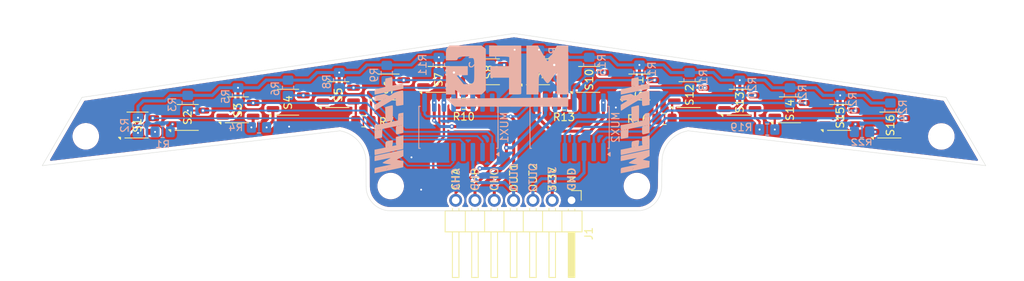
<source format=kicad_pcb>
(kicad_pcb (version 20241229) (generator "pcbnew") (generator_version "9.0")
  (layers (0 "F.Cu" signal) (2 "B.Cu" signal) (13 "F.Paste" user) (15 "B.Paste" user) (5 "F.SilkS" user "F.Silkscreen") (7 "B.SilkS" user "B.Silkscreen") (1 "F.Mask" user) (3 "B.Mask" user) (25 "Edge.Cuts" user))
  (net 0 "")
  (net 1 "/S5")
  (net 2 "/CH_B")
  (net 3 "/CH_A")
  (net 4 "/GND_M")
  (net 5 "/CH_C")
  (net 6 "/S3")
  (net 7 "/S7")
  (net 8 "/S4")
  (net 9 "/S1")
  (net 10 "/S8")
  (net 11 "/S6")
  (net 12 "/S2")
  (net 13 "/3.3_M")
  (net 14 "/OUT1")
  (net 15 "/S14")
  (net 16 "/S16")
  (net 17 "/S9")
  (net 18 "/S11")
  (net 19 "/S15")
  (net 20 "/S10")
  (net 21 "/OUT2")
  (net 22 "/S13")
  (net 23 "/S12")
  (net 24 "Net-(R1-Pad1)")
  (net 25 "Net-(R1-Pad2)")
  (net 26 "Net-(R4-Pad1)")
  (net 27 "Net-(R4-Pad2)")
  (net 28 "Net-(R7-Pad1)")
  (net 29 "Net-(R7-Pad2)")
  (net 30 "Net-(R10-Pad1)")
  (net 31 "Net-(R10-Pad2)")
  (net 32 "Net-(R13-Pad2)")
  (net 33 "Net-(R13-Pad1)")
  (net 34 "Net-(R16-Pad1)")
  (net 35 "Net-(R16-Pad2)")
  (net 36 "Net-(R19-Pad1)")
  (net 37 "Net-(R19-Pad2)")
  (net 38 "Net-(R22-Pad2)")
  (net 39 "Net-(R22-Pad1)")
  (footprint "MountingHole:MountingHole_3mm" (layer "F.Cu") (at 91.505 119.485)
    (property "Reference" "H1" (hide yes))
    (property "Value" "MountingHole" (hide yes))
  )
  (footprint "OptoDevice:OnSemi_CASE100CY" (layer "F.Cu") (at 137.91 112 90)
    (property "Reference" "S7")
    (property "Value" "~")
  )
  (footprint "OptoDevice:OnSemi_CASE100CY" (layer "F.Cu") (at 104.91 117 90)
    (property "Reference" "S2")
    (property "Value" "~")
  )
  (footprint "OptoDevice:OnSemi_CASE100CY" (layer "F.Cu") (at 98.31 118 90)
    (property "Reference" "S1")
    (property "Value" "~")
  )
  (footprint "OptoDevice:OnSemi_CASE100CY" (layer "F.Cu") (at 157.7 112 90)
    (property "Reference" "S10")
    (property "Value" "~")
  )
  (footprint "OptoDevice:OnSemi_CASE100CY" (layer "F.Cu") (at 170.9 114 90)
    (property "Reference" "S12")
    (property "Value" "~")
  )
  (footprint "OptoDevice:OnSemi_CASE100CY" (layer "F.Cu") (at 197.3 118 90)
    (property "Reference" "S16")
    (property "Value" "~")
  )
  (footprint "Connector_PinHeader_2.54mm:PinHeader_1x07_P2.54mm_Horizontal" (layer "F.Cu") (at 155.37825 127.893571 -90)
    (property "Reference" "J1")
    (property "Value" "Conn_01x07_Pin")
  )
  (footprint "OptoDevice:OnSemi_CASE100CY" (layer "F.Cu") (at 190.7 117 90)
    (property "Reference" "S15")
    (property "Value" "~")
  )
  (footprint "MountingHole:MountingHole_3mm" (layer "F.Cu") (at 131.59825 126.023571)
    (property "Reference" "H3" (hide yes))
    (property "Value" "MountingHole" (hide yes))
  )
  (footprint "OptoDevice:OnSemi_CASE100CY" (layer "F.Cu") (at 177.5 115 90)
    (property "Reference" "S13")
    (property "Value" "~")
  )
  (footprint "Resistor_SMD:R_0805_2012Metric_Pad1.20x1.40mm_HandSolder" (layer "F.Cu") (at 141.21 115.2)
    (property "Reference" "R10")
    (property "Value" "45" (hide yes))
  )
  (footprint "OptoDevice:OnSemi_CASE100CY" (layer "F.Cu") (at 124.71 114 90)
    (property "Reference" "S5")
    (property "Value" "~")
  )
  (footprint "MountingHole:MountingHole_3mm" (layer "F.Cu") (at 204 119.5)
    (property "Reference" "H2" (hide yes))
    (property "Value" "MountingHole" (hide yes))
  )
  (footprint "OptoDevice:OnSemi_CASE100CY" (layer "F.Cu") (at 118.11 115 90)
    (property "Reference" "S4")
    (property "Value" "~")
  )
  (footprint "MountingHole:MountingHole_3mm" (layer "F.Cu") (at 163.96825 126.023571)
    (property "Reference" "H4" (hide yes))
    (property "Value" "MountingHole" (hide yes))
  )
  (footprint "OptoDevice:OnSemi_CASE100CY" (layer "F.Cu") (at 164.3 113 90)
    (property "Reference" "S11")
    (property "Value" "~")
  )
  (footprint "Resistor_SMD:R_0805_2012Metric_Pad1.20x1.40mm_HandSolder" (layer "F.Cu") (at 154.4 115.3)
    (property "Reference" "R13")
    (property "Value" "45" (hide yes))
  )
  (footprint "OptoDevice:OnSemi_CASE100CY" (layer "F.Cu") (at 144.51 111 90)
    (property "Reference" "S8")
    (property "Value" "~")
  )
  (footprint "OptoDevice:OnSemi_CASE100CY" (layer "F.Cu") (at 111.51 116 90)
    (property "Reference" "S3")
    (property "Value" "~")
  )
  (footprint "OptoDevice:OnSemi_CASE100CY" (layer "F.Cu") (at 151.1 111 90)
    (property "Reference" "S9")
    (property "Value" "~")
  )
  (footprint "Resistor_SMD:R_0805_2012Metric_Pad1.20x1.40mm_HandSolder" (layer "F.Cu") (at 128.01 117.5)
    (property "Reference" "R7")
    (property "Value" "45" (hide yes))
  )
  (footprint "OptoDevice:OnSemi_CASE100CY" (layer "F.Cu") (at 131.31 113 90)
    (property "Reference" "S6")
    (property "Value" "~")
  )
  (footprint "OptoDevice:OnSemi_CASE100CY" (layer "F.Cu") (at 184.1 116 90)
    (property "Reference" "S14")
    (property "Value" "~")
  )
  (footprint "Resistor_SMD:R_0805_2012Metric_Pad1.20x1.40mm_HandSolder" (layer "F.Cu") (at 167.6 117.2)
    (property "Reference" "R16")
    (property "Value" "45" (hide yes))
  )
  (footprint "Resistor_SMD:R_0805_2012Metric_Pad1.20x1.40mm_HandSolder" (layer "B.Cu") (at 151.09 109.15 90)
    (property "Reference" "R14")
    (property "Value" "10k" (hide yes))
  )
  (footprint "Resistor_SMD:R_0805_2012Metric_Pad1.20x1.40mm_HandSolder" (layer "B.Cu") (at 114.28 118.31)
    (property "Reference" "R4")
    (property "Value" "45" (hide yes))
  )
  (footprint "Resistor_SMD:R_0805_2012Metric_Pad1.20x1.40mm_HandSolder" (layer "B.Cu") (at 124.83 112.1 90)
    (property "Reference" "R8")
    (property "Value" "10k" (hide yes))
  )
  (footprint "Resistor_SMD:R_0805_2012Metric_Pad1.20x1.40mm_HandSolder" (layer "B.Cu") (at 137.93 110.1 90)
    (property "Reference" "R11")
    (property "Value" "10k" (hide yes))
  )
  (footprint "Resistor_SMD:R_0805_2012Metric_Pad1.20x1.40mm_HandSolder" (layer "B.Cu") (at 197.3 116.1 90)
    (property "Reference" "R24")
    (property "Value" "10k" (hide yes))
  )
  (footprint "LOGO" (layer "B.Cu") (at 146.9 111.57 180)
    (property "Reference" "G***" (hide yes))
    (property "Value" "LOGO" (hide yes))
  )
  (footprint "Resistor_SMD:R_0805_2012Metric_Pad1.20x1.40mm_HandSolder" (layer "B.Cu") (at 157.7 110.1 90)
    (property "Reference" "R15")
    (property "Value" "10k")
  )
  (footprint "Resistor_SMD:R_0805_2012Metric_Pad1.20x1.40mm_HandSolder" (layer "B.Cu") (at 170.9 112.1 90)
    (property "Reference" "R18")
    (property "Value" "10k" (hide yes))
  )
  (footprint "Resistor_SMD:R_0805_2012Metric_Pad1.20x1.40mm_HandSolder" (layer "B.Cu") (at 164.3 111.1 90)
    (property "Reference" "R17")
    (property "Value" "10k" (hide yes))
  )
  (footprint "Resistor_SMD:R_0805_2012Metric_Pad1.20x1.40mm_HandSolder" (layer "B.Cu") (at 101.61 118.9)
    (property "Reference" "R1")
    (property "Value" "45")
  )
  (footprint "Resistor_SMD:R_0805_2012Metric_Pad1.20x1.40mm_HandSolder" (layer "B.Cu") (at 184.1 114.1 90)
    (property "Reference" "R21")
    (property "Value" "10k" (hide yes))
  )
  (footprint "Resistor_SMD:R_0805_2012Metric_Pad1.20x1.40mm_HandSolder" (layer "B.Cu") (at 104.91 115.1 90)
    (property "Reference" "R3")
    (property "Value" "10k" (hide yes))
  )
  (footprint "Package_SO:SOIC-16W_5.3x10.2mm_P1.27mm" (layer "B.Cu") (at 155.12 118.3 90)
    (property "Reference" "MUX2")
    (property "Value" "CD4051B")
  )
  (footprint "Resistor_SMD:R_0805_2012Metric_Pad1.20x1.40mm_HandSolder" (layer "B.Cu") (at 131.08 111.16 90)
    (property "Reference" "R9")
    (property "Value" "10k" (hide yes))
  )
  (footprint "Resistor_SMD:R_0805_2012Metric_Pad1.20x1.40mm_HandSolder" (layer "B.Cu") (at 181.1 118.59)
    (property "Reference" "R19")
    (property "Value" "45" (hide yes))
  )
  (footprint "Resistor_SMD:R_0805_2012Metric_Pad1.20x1.40mm_HandSolder" (layer "B.Cu") (at 111.52 114.1 90)
    (property "Reference" "R5")
    (property "Value" "10k" (hide yes))
  )
  (footprint "Resistor_SMD:R_0805_2012Metric_Pad1.20x1.40mm_HandSolder" (layer "B.Cu") (at 118.1 113.1 90)
    (property "Reference" "R6")
    (property "Value" "10k" (hide yes))
  )
  (footprint "Resistor_SMD:R_0805_2012Metric_Pad1.20x1.40mm_HandSolder" (layer "B.Cu") (at 98.37 118.0375 90)
    (property "Reference" "R2")
    (property "Value" "10k" (hide yes))
  )
  (footprint "Resistor_SMD:R_0805_2012Metric_Pad1.20x1.40mm_HandSolder" (layer "B.Cu") (at 144.66 109.1 90)
    (property "Reference" "R12")
    (property "Value" "10k" (hide yes))
  )
  (footprint "Resistor_SMD:R_0805_2012Metric_Pad1.20x1.40mm_HandSolder" (layer "B.Cu") (at 177.5 113.1 90)
    (property "Reference" "R20")
    (property "Value" "10k" (hide yes))
  )
  (footprint "Package_SO:SOIC-16W_5.3x10.2mm_P1.27mm" (layer "B.Cu") (at 140.5 118.3 90)
    (property "Reference" "MUX1")
    (property "Value" "CD4051B")
  )
  (footprint "Resistor_SMD:R_0805_2012Metric_Pad1.20x1.40mm_HandSolder" (layer "B.Cu") (at 190.7 115.1 90)
    (property "Reference" "R23")
    (property "Value" "10k" (hide yes))
  )
  (footprint "Resistor_SMD:R_0805_2012Metric_Pad1.20x1.40mm_HandSolder" (layer "B.Cu") (at 193.57 118.9)
    (property "Reference" "R22")
    (property "Value" "45" (hide yes))
  )
  (footprint "LOGO" (layer "B.Cu") (at 163.74 118.02 90)
    (property "Reference" "G***" (hide yes))
    (property "Value" "LOGO" (hide yes))
  )
  (footprint "LOGO" (layer "B.Cu") (at 131.37 118.02 90)
    (property "Reference" "G***" (hide yes))
    (property "Value" "LOGO" (hide yes))
  )
  (gr_arc (start 131.56 129.277258) (mid 129.297258 128.34) (end 128.36 126.077258) (stroke (width 0.05)) (layer "Edge.Cuts"))
  (gr_line (start 124.92 118.76) (end 85.78 123.34) (stroke (width 0.05)) (layer "Edge.Cuts"))
  (gr_line (start 128.36 126.077258) (end 128.345548 122.680805) (stroke (width 0.05)) (layer "Edge.Cuts"))
  (gr_line (start 147.81 105.96) (end 204.61 114.36) (stroke (width 0.05)) (layer "Edge.Cuts"))
  (gr_line (start 170.7 118.76) (end 209.84 123.34) (stroke (width 0.05)) (layer "Edge.Cuts"))
  (gr_line (start 91.01 114.36) (end 85.78 123.34) (stroke (width 0.05)) (layer "Edge.Cuts"))
  (gr_line (start 131.56 129.277258) (end 164.02 129.277258) (stroke (width 0.05)) (layer "Edge.Cuts"))
  (gr_line (start 147.81 105.96) (end 91.01 114.36) (stroke (width 0.05)) (layer "Edge.Cuts"))
  (gr_arc (start 167.27447 122.680805) (mid 168.288197 120.109666) (end 170.7 118.76) (stroke (width 0.05)) (layer "Edge.Cuts"))
  (gr_arc (start 167.22 126.077258) (mid 166.282742 128.34) (end 164.02 129.277258) (stroke (width 0.05)) (layer "Edge.Cuts"))
  (gr_line (start 204.61 114.36) (end 209.84 123.34) (stroke (width 0.05)) (layer "Edge.Cuts"))
  (gr_arc (start 124.92 118.76) (mid 127.331803 120.109666) (end 128.34553 122.680805) (stroke (width 0.05)) (layer "Edge.Cuts"))
  (gr_line (start 167.22 126.0773) (end 167.27447 122.680805) (stroke (width 0.05)) (layer "Edge.Cuts"))
  (gr_text "CHC" (at 145.82 126.78 90) (layer "F.SilkS") (effects (font (size 1 1)) (justify left bottom)))
  (gr_text "CHB" (at 143.28 126.78 90) (layer "F.SilkS") (effects (font (size 1 1)) (justify left bottom)))
  (gr_text "GND" (at 155.98 126.78 90) (layer "F.SilkS") (effects (font (size 1 1)) (justify left bottom)))
  (gr_text "3.3V" (at 153.44 126.875238 90) (layer "F.SilkS") (effects (font (size 1 1)) (justify left bottom)))
  (gr_text "OUT2\n" (at 150.89825 126.893571 90) (layer "F.SilkS") (effects (font (size 1 1)) (justify left bottom)))
  (gr_text "CHA" (at 140.74 126.708571 90) (layer "F.SilkS") (effects (font (size 1 1)) (justify left bottom)))
  (gr_text "OUT1\n" (at 148.35825 126.893571 90) (layer "F.SilkS") (effects (font (size 1 1)) (justify left bottom)))
  (gr_text "OUT2\n" (at 150.91 122.92 90) (layer "B.SilkS") (effects (font (size 1 1)) (justify left bottom mirror)))
  (gr_text "CHC" (at 145.81825 123.472142 90) (layer "B.SilkS") (effects (font (size 1 1)) (justify left bottom mirror)))
  (gr_text "GND" (at 155.97825 123.472142 90) (layer "B.SilkS") (effects (font (size 1 1)) (justify left bottom mirror)))
  (gr_text "OUT1\n" (at 148.37 122.92 90) (layer "B.SilkS") (effects (font (size 1 1)) (justify left bottom mirror)))
  (gr_text "3.3V" (at 153.43825 123.376904 90) (layer "B.SilkS") (effects (font (size 1 1)) (justify left bottom mirror)))
  (gr_text "CHB" (at 143.27825 123.472142 90) (layer "B.SilkS") (effects (font (size 1 1)) (justify left bottom mirror)))
  (gr_text "CHA" (at 140.73825 123.543571 90) (layer "B.SilkS") (effects (font (size 1 1)) (justify left bottom mirror)))
  (via (at 126.71 113.1) (size 0.6) (drill 0.3) (layers "F.Cu" "B.Cu") (net 1))
  (segment (start 139.865 113.850001) (end 139.865 115.05) (width 0.25) (layer "B.Cu") (net 1))
  (segment (start 126.71 113.1) (end 139.114999 113.1) (width 0.25) (layer "B.Cu") (net 1))
  (segment (start 139.114999 113.1) (end 139.865 113.850001) (width 0.25) (layer "B.Cu") (net 1))
  (segment (start 126.71 113.1) (end 124.83 113.1) (width 0.25) (layer "B.Cu") (net 1))
  (segment (start 146.81 121.78) (end 146.81 120.99) (width 0.4) (layer "F.Cu") (net 2))
  (segment (start 137.325 117.395) (end 137.325 115.05) (width 0.4) (layer "F.Cu") (net 2))
  (segment (start 142.67825 127.893571) (end 142.67825 125.91175) (width 0.4) (layer "F.Cu") (net 2))
  (segment (start 139.63 118.2) (end 145.42 118.2) (width 0.4) (layer "F.Cu") (net 2))
  (segment (start 142.67825 125.91175) (end 146.81 121.78) (width 0.4) (layer "F.Cu") (net 2))
  (segment (start 145.42 118.2) (end 146.81 119.59) (width 0.4) (layer "F.Cu") (net 2))
  (segment (start 146.81 119.59) (end 146.81 120.99) (width 0.4) (layer "F.Cu") (net 2))
  (segment (start 137.31 117.41) (end 137.325 117.395) (width 0.4) (layer "F.Cu") (net 2))
  (via (at 137.31 117.41) (size 0.5) (drill 0.25) (layers "F.Cu" "B.Cu") (net 2))
  (via (at 137.325 115.05) (size 0.5) (drill 0.25) (layers "F.Cu" "B.Cu") (net 2))
  (via (at 146.81 120.99) (size 0.6) (drill 0.3) (layers "F.Cu" "B.Cu") (net 2))
  (via (at 139.63 118.2) (size 0.6) (drill 0.3) (layers "F.Cu" "B.Cu") (net 2))
  (segment (start 151.945 116.625) (end 151.945 115.05) (width 0.4) (layer "B.Cu") (net 2))
  (segment (start 138.1 118.2) (end 137.31 117.41) (width 0.4) (layer "B.Cu") (net 2))
  (segment (start 139.63 118.2) (end 138.1 118.2) (width 0.4) (layer "B.Cu") (net 2))
  (segment (start 147.58 120.99) (end 151.945 116.625) (width 0.4) (layer "B.Cu") (net 2))
  (segment (start 146.81 120.99) (end 147.58 120.99) (width 0.4) (layer "B.Cu") (net 2))
  (segment (start 140.13825 126.90175) (end 140.23 126.81) (width 0.3) (layer "F.Cu") (net 3))
  (segment (start 138.595 119.555) (end 138.595 115.05) (width 0.3) (layer "F.Cu") (net 3))
  (segment (start 140.23 126.81) (end 137.2 123.78) (width 0.3) (layer "F.Cu") (net 3))
  (segment (start 137.2 123.78) (end 137.2 120.95) (width 0.3) (layer "F.Cu") (net 3))
  (segment (start 143.31 123.71) (end 141.4 125.62) (width 0.4) (layer "F.Cu") (net 3))
  (segment (start 141.4 125.63) (end 140.23 126.8) (width 0.4) (layer "F.Cu") (net 3))
  (segment (start 141.4 125.62) (end 141.4 125.63) (width 0.4) (layer "F.Cu") (net 3))
  (segment (start 140.13825 127.893571) (end 140.13825 126.90175) (width 0.3) (layer "F.Cu") (net 3))
  (segment (start 137.2 120.95) (end 138.595 119.555) (width 0.3) (layer "F.Cu") (net 3))
  (via (at 143.31 123.71) (size 0.6) (drill 0.3) (layers "F.Cu" "B.Cu") (net 3))
  (via (at 138.595 115.05) (size 0.6) (drill 0.3) (layers "F.Cu" "B.Cu") (net 3))
  (segment (start 153.215 116.855) (end 153.215 115.05) (width 0.4) (layer "B.Cu") (net 3))
  (segment (start 146.36 123.71) (end 153.215 116.855) (width 0.4) (layer "B.Cu") (net 3))
  (segment (start 143.31 123.71) (end 146.36 123.71) (width 0.4) (layer "B.Cu") (net 3))
  (via (at 161.2 115.7) (size 0.5) (drill 0.25) (layers "F.Cu" "B.Cu") (net 4))
  (via (at 134.33 122.25) (size 0.5) (drill 0.25) (layers "F.Cu" "B.Cu") (net 4))
  (via (at 118.24 118.21) (size 0.5) (drill 0.25) (layers "F.Cu" "B.Cu") (net 4))
  (via (at 135.6 126.5) (size 0.5) (drill 0.25) (layers "F.Cu" "B.Cu") (net 4))
  (segment (start 145.21825 127.893571) (end 145.21825 125.75175) (width 0.4) (layer "F.Cu") (net 5))
  (segment (start 147.77 117.28) (end 147.36 116.87) (width 0.4) (layer "F.Cu") (net 5))
  (segment (start 145.21825 125.75175) (end 147.77 123.2) (width 0.4) (layer "F.Cu") (net 5))
  (segment (start 147.77 123.2) (end 147.77 117.28) (width 0.4) (layer "F.Cu") (net 5))
  (via (at 147.36 116.87) (size 0.5) (drill 0.25) (layers "F.Cu" "B.Cu") (net 5))
  (segment (start 147.36 116.87) (end 148.31 116.87) (width 0.3) (layer "B.Cu") (net 5))
  (segment (start 136.055 115.05) (end 136.05 115.05) (width 0.3) (layer "B.Cu") (net 5))
  (segment (start 147.36 116.87) (end 147.35 116.86) (width 0.3) (layer "B.Cu") (net 5))
  (segment (start 136.055 116.575) (end 136.055 115.05) (width 0.3) (layer "B.Cu") (net 5))
  (segment (start 148.31 116.87) (end 150.13 115.05) (width 0.3) (layer "B.Cu") (net 5))
  (segment (start 136.34 116.86) (end 136.055 116.575) (width 0.3) (layer "B.Cu") (net 5))
  (segment (start 147.35 116.86) (end 136.34 116.86) (width 0.3) (layer "B.Cu") (net 5))
  (segment (start 150.13 115.05) (end 150.675 115.05) (width 0.3) (layer "B.Cu") (net 5))
  (via (at 113.51 115.1) (size 0.6) (drill 0.3) (layers "F.Cu" "B.Cu") (net 6))
  (segment (start 113.51 115.1) (end 111.52 115.1) (width 0.25) (layer "B.Cu") (net 6))
  (segment (start 142.995 119.465) (end 132.805 119.465) (width 0.25) (layer "B.Cu") (net 6))
  (segment (start 143.675 121.55) (end 143.675 120.145) (width 0.25) (layer "B.Cu") (net 6))
  (segment (start 128.44 115.1) (end 113.51 115.1) (width 0.25) (layer "B.Cu") (net 6))
  (segment (start 143.675 120.145) (end 142.995 119.465) (width 0.25) (layer "B.Cu") (net 6))
  (segment (start 132.805 119.465) (end 128.44 115.1) (width 0.25) (layer "B.Cu") (net 6))
  (via (at 139.91 111.1) (size 0.6) (drill 0.3) (layers "F.Cu" "B.Cu") (net 7))
  (segment (start 137.93 111.1) (end 139.91 111.1) (width 0.3) (layer "B.Cu") (net 7))
  (segment (start 142.405 113.595) (end 142.405 115.05) (width 0.3) (layer "B.Cu") (net 7))
  (segment (start 139.91 111.1) (end 142.405 113.595) (width 0.3) (layer "B.Cu") (net 7))
  (via (at 120.11 114.1) (size 0.6) (drill 0.3) (layers "F.Cu" "B.Cu") (net 8))
  (segment (start 128.58 114.1) (end 120.11 114.1) (width 0.25) (layer "B.Cu") (net 8))
  (segment (start 144.325 118.895) (end 133.375 118.895) (width 0.25) (layer "B.Cu") (net 8))
  (segment (start 144.945 119.515) (end 144.325 118.895) (width 0.25) (layer "B.Cu") (net 8))
  (segment (start 118.1 114.1) (end 120.11 114.1) (width 0.3) (layer "B.Cu") (net 8))
  (segment (start 133.375 118.895) (end 128.58 114.1) (width 0.25) (layer "B.Cu") (net 8))
  (segment (start 144.945 121.55) (end 144.945 119.515) (width 0.25) (layer "B.Cu") (net 8))
  (segment (start 100.31 117.1) (end 99.83 117.1) (width 0.2) (layer "F.Cu") (net 9))
  (segment (start 99.83 117.1) (end 98.37 118.56) (width 0.2) (layer "F.Cu") (net 9))
  (segment (start 98.37 118.56) (end 98.37 119.0375) (width 0.2) (layer "F.Cu") (net 9))
  (via (at 100.31 117.1) (size 0.6) (drill 0.3) (layers "F.Cu" "B.Cu") (net 9))
  (via (at 98.37 119.0375) (size 0.5) (drill 0.25) (layers "F.Cu" "B.Cu") (net 9))
  (segment (start 139.43 123.35) (end 133.83 123.35) (width 0.2) (layer "B.Cu") (net 9))
  (segment (start 139.865 121.55) (end 139.865 122.915) (width 0.2) (layer "B.Cu") (net 9))
  (segment (start 139.865 122.915) (end 139.43 123.35) (width 0.2) (layer "B.Cu") (net 9))
  (segment (start 127.58 117.1) (end 100.31 117.1) (width 0.2) (layer "B.Cu") (net 9))
  (segment (start 133.83 123.35) (end 127.58 117.1) (width 0.2) (layer "B.Cu") (net 9))
  (via (at 146.51 110.1) (size 0.6) (drill 0.3) (layers "F.Cu" "B.Cu") (net 10))
  (segment (start 143.675 111.085) (end 144.66 110.1) (width 0.3) (layer "B.Cu") (net 10))
  (segment (start 143.675 115.05) (end 143.675 111.085) (width 0.3) (layer "B.Cu") (net 10))
  (segment (start 144.66 110.1) (end 146.51 110.1) (width 0.3) (layer "B.Cu") (net 10))
  (via (at 133.31 112.1) (size 0.6) (drill 0.3) (layers "F.Cu" "B.Cu") (net 11))
  (segment (start 133.31 112.1) (end 139.384999 112.1) (width 0.25) (layer "B.Cu") (net 11))
  (segment (start 131.09 112.1) (end 133.31 112.1) (width 0.3) (layer "B.Cu") (net 11))
  (segment (start 141.135 113.850001) (end 141.135 115.05) (width 0.25) (layer "B.Cu") (net 11))
  (segment (start 139.384999 112.1) (end 141.135 113.850001) (width 0.25) (layer "B.Cu") (net 11))
  (segment (start 106.91 116.1) (end 104.91 116.1) (width 0.25) (layer "F.Cu") (net 12))
  (via (at 104.91 116.1) (size 0.5) (drill 0.25) (layers "F.Cu" "B.Cu") (net 12))
  (via (at 106.91 116.1) (size 0.6) (drill 0.3) (layers "F.Cu" "B.Cu") (net 12))
  (segment (start 141.135 120.350001) (end 140.684999 119.9) (width 0.25) (layer "B.Cu") (net 12))
  (segment (start 128.12 116.1) (end 106.91 116.1) (width 0.25) (layer "B.Cu") (net 12))
  (segment (start 140.684999 119.9) (end 131.92 119.9) (width 0.25) (layer "B.Cu") (net 12))
  (segment (start 131.92 119.9) (end 128.12 116.1) (width 0.25) (layer "B.Cu") (net 12))
  (segment (start 141.135 121.55) (end 141.135 120.350001) (width 0.25) (layer "B.Cu") (net 12))
  (segment (start 151.1 111.9) (end 151.1 117.16) (width 0.4) (layer "F.Cu") (net 13))
  (segment (start 96.31 118.9) (end 97.02 118.9) (width 0.4) (layer "F.Cu") (net 13))
  (segment (start 111.52 116.13) (end 111.52 113.1) (width 0.4) (layer "F.Cu") (net 13))
  (segment (start 157.82 118.81) (end 159.565 117.065) (width 0.4) (layer "F.Cu") (net 13))
  (segment (start 97.02 118.9) (end 98.37 117.55) (width 0.4) (layer "F.Cu") (net 13))
  (segment (start 151.1 117.16) (end 152.75 118.81) (width 0.4) (layer "F.Cu") (net 13))
  (segment (start 110.75 116.9) (end 111.52 116.13) (width 0.4) (layer "F.Cu") (net 13))
  (segment (start 176.78 115.9) (end 177.5 115.18) (width 0.4) (layer "F.Cu") (net 13))
  (segment (start 123.92 114.9) (end 124.83 113.99) (width 0.4) (layer "F.Cu") (net 13))
  (segment (start 177.5 115.18) (end 177.5 112.1) (width 0.4) (layer "F.Cu") (net 13))
  (segment (start 162.3 113.9) (end 163.51 113.9) (width 0.4) (layer "F.Cu") (net 13))
  (segment (start 149.1 111.9) (end 151.1 111.9) (width 0.4) (layer "F.Cu") (net 13))
  (segment (start 124.83 113.99) (end 124.83 111.1) (width 0.4) (layer "F.Cu") (net 13))
  (segment (start 190.7 117.21) (end 190.7 114.1) (width 0.4) (layer "F.Cu") (net 13))
  (segment (start 175.5 115.9) (end 176.78 115.9) (width 0.4) (layer "F.Cu") (net 13))
  (segment (start 152.75 118.81) (end 157.82 118.81) (width 0.4) (layer "F.Cu") (net 13))
  (segment (start 135.91 112.9) (end 136.85 112.9) (width 0.4) (layer "F.Cu") (net 13))
  (segment (start 109.51 116.9) (end 110.75 116.9) (width 0.4) (layer "F.Cu") (net 13))
  (segment (start 163.51 113.9) (end 164.3 113.11) (width 0.4) (layer "F.Cu") (net 13))
  (segment (start 164.3 113.11) (end 164.3 110.1) (width 0.4) (layer "F.Cu") (net 13))
  (segment (start 98.37 117.55) (end 98.37 117.0375) (width 0.4) (layer "F.Cu") (net 13))
  (segment (start 159.565 117.065) (end 159.565 115.05) (width 0.4) (layer "F.Cu") (net 13))
  (segment (start 188.7 117.9) (end 190.01 117.9) (width 0.4) (layer "F.Cu") (net 13))
  (segment (start 136.85 112.9) (end 137.93 111.82) (width 0.4) (layer "F.Cu") (net 13))
  (segment (start 190.01 117.9) (end 190.7 117.21) (width 0.4) (layer "F.Cu") (net 13))
  (segment (start 137.93 111.82) (end 137.93 109.1) (width 0.4) (layer "F.Cu") (net 13))
  (segment (start 122.71 114.9) (end 123.92 114.9) (width 0.4) (layer "F.Cu") (net 13))
  (segment (start 151.1 111.9) (end 151.1 108.1) (width 0.4) (layer "F.Cu") (net 13))
  (segment (start 152.83825 127.893571) (end 152.83825 118.81825) (width 0.4) (layer "F.Cu") (net 13))
  (via (at 98.37 117.0375) (size 0.5) (drill 0.25) (layers "F.Cu" "B.Cu") (net 13))
  (via (at 177.5 112.1) (size 0.5) (drill 0.25) (layers "F.Cu" "B.Cu") (net 13))
  (via (at 159.565 115.05) (size 0.5) (drill 0.25) (layers "F.Cu" "B.Cu") (net 13))
  (via (at 124.83 111.1) (size 0.5) (drill 0.25) (layers "F.Cu" "B.Cu") (net 13))
  (via (at 147.89 108.1) (size 0.5) (drill 0.25) (layers "F.Cu" "B.Cu") (net 13))
  (via (at 111.52 113.1) (size 0.5) (drill 0.25) (layers "F.Cu" "B.Cu") (net 13))
  (via (at 164.3 110.1) (size 0.5) (drill 0.25) (layers "F.Cu" "B.Cu") (net 13))
  (via (at 151.1 108.1) (size 0.5) (drill 0.25) (layers "F.Cu" "B.Cu") (net 13))
  (via (at 190.7 114.1) (size 0.5) (drill 0.25) (layers "F.Cu" "B.Cu") (net 13))
  (via (at 137.93 109.1) (size 0.5) (drill 0.25) (layers "F.Cu" "B.Cu") (net 13))
  (segment (start 187.46 113.1) (end 184.1 113.1) (width 0.4) (layer "B.Cu") (net 13))
  (segment (start 193.81 114.1) (end 190.7 114.1) (width 0.4) (layer "B.Cu") (net 13))
  (segment (start 157.7 109.1) (end 155.01 109.1) (width 0.4) (layer "B.Cu") (net 13))
  (segment (start 188.46 114.1) (end 187.46 113.1) (width 0.4) (layer "B.Cu") (net 13))
  (segment (start 137.93 109.1) (end 140.65 109.1) (width 0.4) (layer "B.Cu") (net 13))
  (segment (start 98.37 115.54) (end 98.37 117.0375) (width 0.4) (layer "B.Cu") (net 13))
  (segment (start 194.81 115.1) (end 193.81 114.1) (width 0.4) (layer "B.Cu") (net 13))
  (segment (start 147.89 108.1) (end 144.66 108.1) (width 0.4) (layer "B.Cu") (net 13))
  (segment (start 124.83 111.1) (end 127.45 111.1) (width 0.4) (layer "B.Cu") (net 13))
  (segment (start 135.3 109.1) (end 137.93 109.1) (width 0.4) (layer "B.Cu") (net 13))
  (segment (start 141.65 108.1) (end 144.66 108.1) (width 0.4) (layer "B.Cu") (net 13))
  (segment (start 104.91 114.1) (end 102.63 114.1) (width 0.4) (layer "B.Cu") (net 13))
  (segment (start 102.63 114.1) (end 101.9 114.83) (width 0.4) (layer "B.Cu") (net 13))
  (segment (start 155.01 109.1) (end 154.01 108.1) (width 0.4) (layer "B.Cu") (net 13))
  (segment (start 101.9 114.83) (end 99.08 114.83) (width 0.4) (layer "B.Cu") (net 13))
  (segment (start 184.1 113.1) (end 181.78 113.1) (width 0.4) (layer "B.Cu") (net 13))
  (segment (start 118.1 112.1) (end 120.91 112.1) (width 0.4) (layer "B.Cu") (net 13))
  (segment (start 181.78 113.1) (end 180.78 112.1) (width 0.4) (layer "B.Cu") (net 13))
  (segment (start 161.46 110.1) (end 160.46 109.1) (width 0.4) (layer "B.Cu") (net 13))
  (segment (start 197.3 115.1) (end 194.81 115.1) (width 0.4) (layer "B.Cu") (net 13))
  (segment (start 175.02 112.1) (end 174.02 111.1) (width 0.4) (layer "B.Cu") (net 13))
  (segment (start 154.01 108.1) (end 151.1 108.1) (width 0.4) (layer "B.Cu") (net 13))
  (segment (start 121.91 111.1) (end 124.83 111.1) (width 0.4) (layer "B.Cu") (net 13))
  (segment (start 167.47 110.1) (end 164.3 110.1) (width 0.4) (layer "B.Cu") (net 13))
  (segment (start 168.47 111.1) (end 167.47 110.1) (width 0.4) (layer "B.Cu") (net 13))
  (segment (start 170.9 111.1) (end 168.47 111.1) (width 0.4) (layer "B.Cu") (net 13))
  (segment (start 174.02 111.1) (end 170.9 111.1) (width 0.4) (layer "B.Cu") (net 13))
  (segment (start 145.95 115.05) (end 147.89 113.11) (width 0.3) (layer "B.Cu") (net 13))
  (segment (start 151.1 108.1) (end 147.89 108.1) (width 0.4) (layer "B.Cu") (net 13))
  (segment (start 128.45 110.1) (end 134.3 110.1) (width 0.4) (layer "B.Cu") (net 13))
  (segment (start 190.7 114.1) (end 188.46 114.1) (width 0.4) (layer "B.Cu") (net 13))
  (segment (start 180.78 112.1) (end 177.5 112.1) (width 0.4) (layer "B.Cu") (net 13))
  (segment (start 134.3 110.1) (end 135.3 109.1) (width 0.4) (layer "B.Cu") (net 13))
  (segment (start 114.21 113.1) (end 115.21 112.1) (width 0.4) (layer "B.Cu") (net 13))
  (segment (start 115.21 112.1) (end 118.1 112.1) (width 0.4) (layer "B.Cu") (net 13))
  (segment (start 164.3 110.1) (end 161.46 110.1) (width 0.4) (layer "B.Cu") (net 13))
  (segment (start 147.89 113.11) (end 147.89 108.1) (width 0.3) (layer "B.Cu") (net 13))
  (segment (start 120.91 112.1) (end 121.91 111.1) (width 0.4) (layer "B.Cu") (net 13))
  (segment (start 160.46 109.1) (end 157.7 109.1) (width 0.4) (layer "B.Cu") (net 13))
  (segment (start 108.14 114.1) (end 109.14 113.1) (width 0.4) (layer "B.Cu") (net 13))
  (segment (start 104.91 114.1) (end 108.14 114.1) (width 0.4) (layer "B.Cu") (net 13))
  (segment (start 177.5 112.1) (end 175.02 112.1) (width 0.4) (layer "B.Cu") (net 13))
  (segment (start 140.65 109.1) (end 141.65 108.1) (width 0.4) (layer "B.Cu") (net 13))
  (segment (start 144.945 115.05) (end 145.95 115.05) (width 0.3) (layer "B.Cu") (net 13))
  (segment (start 127.45 111.1) (end 128.45 110.1) (width 0.4) (layer "B.Cu") (net 13))
  (segment (start 109.14 113.1) (end 111.52 113.1) (width 0.4) (layer "B.Cu") (net 13))
  (segment (start 111.52 113.1) (end 114.21 113.1) (width 0.4) (layer "B.Cu") (net 13))
  (segment (start 99.08 114.83) (end 98.37 115.54) (width 0.4) (layer "B.Cu") (net 13))
  (segment (start 147.75825 126.75825) (end 146.57 125.57) (width 0.4) (layer "B.Cu") (net 14))
  (segment (start 143.19 125.57) (end 142.405 124.785) (width 0.4) (layer "B.Cu") (net 14))
  (segment (start 146.57 125.57) (end 143.19 125.57) (width 0.4) (layer "B.Cu") (net 14))
  (segment (start 142.405 124.785) (end 142.405 121.55) (width 0.4) (layer "B.Cu") (net 14))
  (segment (start 147.75825 127.893571) (end 147.75825 126.75825) (width 0.4) (layer "B.Cu") (net 14))
  (via (at 186.1 115.1) (size 0.6) (drill 0.3) (layers "F.Cu" "B.Cu") (net 15))
  (segment (start 165.07 118.25) (end 168.22 115.1) (width 0.3) (layer "B.Cu") (net 15))
  (segment (start 156.98 118.25) (end 165.07 118.25) (width 0.3) (layer "B.Cu") (net 15))
  (segment (start 155.755 121.55) (end 155.755 119.475) (width 0.3) (layer "B.Cu") (net 15))
  (segment (start 155.755 119.475) (end 156.98 118.25) (width 0.3) (layer "B.Cu") (net 15))
  (segment (start 168.22 115.1) (end 186.1 115.1) (width 0.3) (layer "B.Cu") (net 15))
  (via (at 199.3 117.1) (size 0.6) (drill 0.3) (layers "F.Cu" "B.Cu") (net 16))
  (segment (start 159.565 121.55) (end 159.565 120.065) (width 0.3) (layer "B.Cu") (net 16))
  (segment (start 159.565 120.065) (end 159.99 119.64) (width 0.3) (layer "B.Cu") (net 16))
  (segment (start 167.77 117.1) (end 199.3 117.1) (width 0.3) (layer "B.Cu") (net 16))
  (segment (start 159.99 119.64) (end 165.23 119.64) (width 0.3) (layer "B.Cu") (net 16))
  (segment (start 165.23 119.64) (end 167.77 117.1) (width 0.3) (layer "B.Cu") (net 16))
  (via (at 153.1 110.1) (size 0.6) (drill 0.3) (layers "F.Cu" "B.Cu") (net 17))
  (segment (start 154.485 115.05) (end 154.485 113.295) (width 0.3) (layer "B.Cu") (net 17))
  (segment (start 153.13 111.94) (end 153.13 110.13) (width 0.3) (layer "B.Cu") (net 17))
  (segment (start 153.13 110.13) (end 153.1 110.1) (width 0.3) (layer "B.Cu") (net 17))
  (segment (start 151.1 110.1) (end 153.1 110.1) (width 0.3) (layer "B.Cu") (net 17))
  (segment (start 154.485 113.295) (end 153.13 111.94) (width 0.3) (layer "B.Cu") (net 17))
  (via (at 166.3 112.1) (size 0.6) (drill 0.3) (layers "F.Cu" "B.Cu") (net 18))
  (segment (start 157.025 115.05) (end 157.025 113.785) (width 0.3) (layer "B.Cu") (net 18))
  (segment (start 157.025 113.785) (end 158.71 112.1) (width 0.3) (layer "B.Cu") (net 18))
  (segment (start 158.71 112.1) (end 166.3 112.1) (width 0.3) (layer "B.Cu") (net 18))
  (via (at 192.7 116.1) (size 0.6) (drill 0.3) (layers "F.Cu" "B.Cu") (net 19))
  (segment (start 167.965 116.1) (end 165.205 118.86) (width 0.3) (layer "B.Cu") (net 19))
  (segment (start 158.295 119.375) (end 158.295 121.55) (width 0.3) (layer "B.Cu") (net 19))
  (segment (start 158.81 118.86) (end 158.295 119.375) (width 0.3) (layer "B.Cu") (net 19))
  (segment (start 165.205 118.86) (end 158.81 118.86) (width 0.3) (layer "B.Cu") (net 19))
  (segment (start 192.7 116.1) (end 167.965 116.1) (width 0.3) (layer "B.Cu") (net 19))
  (via (at 159.7 111.1) (size 0.6) (drill 0.3) (layers "F.Cu" "B.Cu") (net 20))
  (segment (start 155.755 115.05) (end 155.755 113.045) (width 0.3) (layer "B.Cu") (net 20))
  (segment (start 155.755 113.045) (end 157.7 111.1) (width 0.3) (layer "B.Cu") (net 20))
  (segment (start 157.7 111.1) (end 159.7 111.1) (width 0.3) (layer "B.Cu") (net 20))
  (segment (start 157.025 121.55) (end 157.025 124.275) (width 0.4) (layer "B.Cu") (net 21))
  (segment (start 150.29825 126.18175) (end 150.29825 127.893571) (width 0.4) (layer "B.Cu") (net 21))
  (segment (start 157.025 124.275) (end 156.24 125.06) (width 0.4) (layer "B.Cu") (net 21))
  (segment (start 151.42 125.06) (end 150.29825 126.18175) (width 0.4) (layer "B.Cu") (net 21))
  (segment (start 156.24 125.06) (end 151.42 125.06) (width 0.4) (layer "B.Cu") (net 21))
  (via (at 179.5 114.1) (size 0.6) (drill 0.3) (layers "F.Cu" "B.Cu") (net 22))
  (segment (start 168.335 114.1) (end 179.5 114.1) (width 0.3) (layer "B.Cu") (net 22))
  (segment (start 156.1525 117.5675) (end 164.8675 117.5675) (width 0.3) (layer "B.Cu") (net 22))
  (segment (start 154.485 121.55) (end 154.485 119.235) (width 0.3) (layer "B.Cu") (net 22))
  (segment (start 164.8675 117.5675) (end 168.335 114.1) (width 0.3) (layer "B.Cu") (net 22))
  (segment (start 154.485 119.235) (end 156.1525 117.5675) (width 0.3) (layer "B.Cu") (net 22))
  (via (at 172.9 113.1) (size 0.6) (drill 0.3) (layers "F.Cu" "B.Cu") (net 23))
  (segment (start 159.045001 113.1) (end 170.8 113.1) (width 0.3) (layer "B.Cu") (net 23))
  (segment (start 158.295 113.850001) (end 159.045001 113.1) (width 0.3) (layer "B.Cu") (net 23))
  (segment (start 170.8 113.1) (end 172.9 113.1) (width 0.3) (layer "B.Cu") (net 23))
  (segment (start 158.295 115.05) (end 158.295 113.850001) (width 0.3) (layer "B.Cu") (net 23))
  (segment (start 170.75 113.05) (end 170.8 113.1) (width 0.2) (layer "B.Cu") (net 23))
  (segment (start 100.31 118.9) (end 100.61 118.9) (width 0.3) (layer "F.Cu") (net 24))
  (via (at 100.61 118.9) (size 0.5) (drill 0.25) (layers "F.Cu" "B.Cu") (net 24))
  (via (at 102.91 117.9) (size 0.5) (drill 0.25) (layers "F.Cu" "B.Cu") (net 25))
  (segment (start 102.61 118.2) (end 102.91 117.9) (width 0.3) (layer "B.Cu") (net 25))
  (segment (start 102.61 118.9) (end 102.61 118.2) (width 0.3) (layer "B.Cu") (net 25))
  (segment (start 113.51 116.9) (end 113.51 118.08) (width 0.4) (layer "F.Cu") (net 26))
  (segment (start 113.51 118.08) (end 113.28 118.31) (width 0.4) (layer "F.Cu") (net 26))
  (via (at 113.28 118.31) (size 0.5) (drill 0.25) (layers "F.Cu" "B.Cu") (net 26))
  (segment (start 116.11 115.9) (end 116.11 117.48) (width 0.4) (layer "F.Cu") (net 27))
  (segment (start 116.11 117.48) (end 115.28 118.31) (width 0.4) (layer "F.Cu") (net 27))
  (via (at 115.28 118.31) (size 0.5) (drill 0.25) (layers "F.Cu" "B.Cu") (net 27))
  (segment (start 127.01 117.5) (end 127.01 115.2) (width 0.3) (layer "F.Cu") (net 28))
  (segment (start 127.01 115.2) (end 126.71 114.9) (width 0.3) (layer "F.Cu") (net 28))
  (segment (start 129.01 114.2) (end 129.31 113.9) (width 0.3) (layer "F.Cu") (net 29))
  (segment (start 129.01 117.5) (end 129.01 114.2) (width 0.3) (layer "F.Cu") (net 29))
  (segment (start 140.21 113.2) (end 140.21 115.2) (width 0.3) (layer "F.Cu") (net 30))
  (segment (start 140.21 113.2) (end 139.91 112.9) (width 0.3) (layer "F.Cu") (net 30))
  (segment (start 142.21 115.2) (end 142.21 112.2) (width 0.3) (layer "F.Cu") (net 31))
  (segment (start 142.21 112.2) (end 142.51 111.9) (width 0.3) (layer "F.Cu") (net 31))
  (segment (start 155.4 113.2) (end 155.7 112.9) (width 0.3) (layer "F.Cu") (net 32))
  (segment (start 155.4 115.3) (end 155.4 113.2) (width 0.3) (layer "F.Cu") (net 32))
  (segment (start 153.4 115.3) (end 153.4 112.2) (width 0.3) (layer "F.Cu") (net 33))
  (segment (start 153.4 112.2) (end 153.1 111.9) (width 0.3) (layer "F.Cu") (net 33))
  (segment (start 166.6 114.2) (end 166.3 113.9) (width 0.3) (layer "F.Cu") (net 34))
  (segment (start 166.6 117.2) (end 166.6 114.2) (width 0.3) (layer "F.Cu") (net 34))
  (segment (start 168.6 115.2) (end 168.9 114.9) (width 0.3) (layer "F.Cu") (net 35))
  (segment (start 168.6 117.2) (end 168.6 115.2) (width 0.3) (layer "F.Cu") (net 35))
  (segment (start 179.5 115.9) (end 179.5 116.95) (width 0.3) (layer "F.Cu") (net 36))
  (segment (start 180.1 117.55) (end 180.1 118.59) (width 0.3) (layer "F.Cu") (net 36))
  (segment (start 179.5 116.95) (end 180.1 117.55) (width 0.3) (layer "F.Cu") (net 36))
  (via (at 180.1 118.59) (size 0.5) (drill 0.25) (layers "F.Cu" "B.Cu") (net 36))
  (segment (start 182.1 116.9) (end 182.1 118.59) (width 0.3) (layer "F.Cu") (net 37))
  (via (at 182.1 118.59) (size 0.5) (drill 0.25) (layers "F.Cu" "B.Cu") (net 37))
  (via (at 195.3 118.9) (size 0.5) (drill 0.25) (layers "F.Cu" "B.Cu") (net 38))
  (segment (start 194.57 118.9) (end 195.3 118.9) (width 0.3) (layer "B.Cu") (net 38))
  (via (at 192.7 117.9) (size 0.5) (drill 0.25) (layers "F.Cu" "B.Cu") (net 39))
  (segment (start 192.57 118.03) (end 192.7 117.9) (width 0.3) (layer "B.Cu") (net 39))
  (segment (start 192.57 118.9) (end 192.57 118.03) (width 0.3) (layer "B.Cu") (net 39))
  (zone (net 4) (net_name "/GND_M") (layers "F.Cu" "B.Cu") (connect_pads yes (clearance 0.3)) (min_thickness 0.2) (fill yes (thermal_gap 0.5) (thermal_bridge_width 0.5) (island_removal_mode 1) (island_area_min 10))
    (polygon (pts (xy 147.91 101.56) (xy 84.90385 114.519848) (xy 80.22385 125.389848) (xy 119.838312 122.52) (xy 123.77 133.88) (xy 169.21 134.03) (xy 171.31 122) (xy 214.89 126.08) (xy 207.39385 112.449848)))
  )
)
</source>
